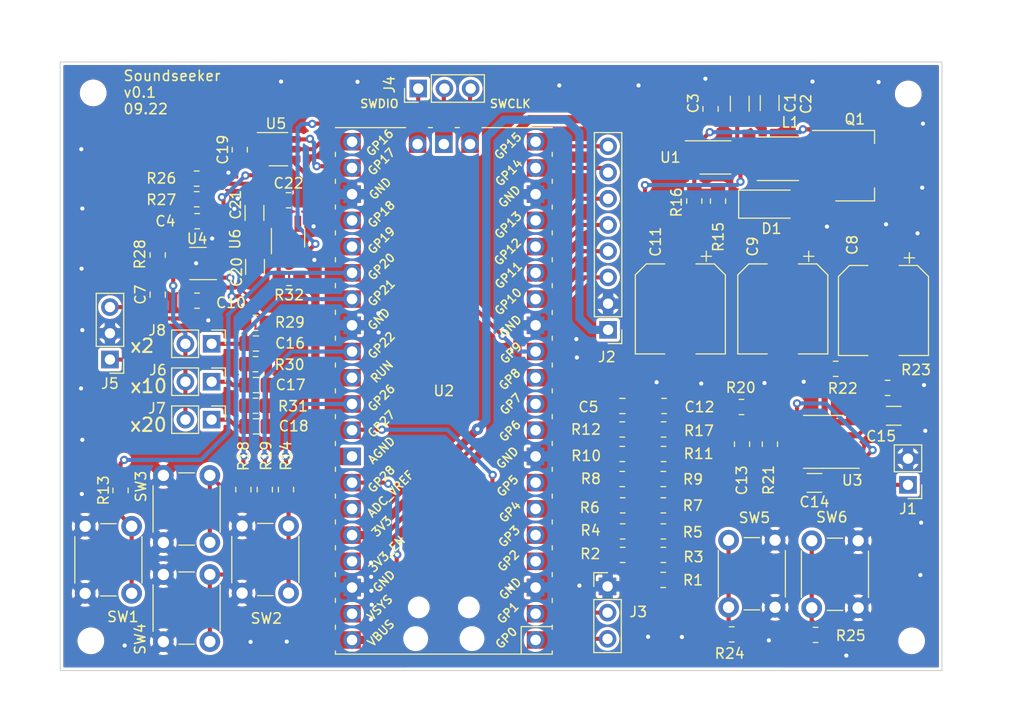
<source format=kicad_pcb>
(kicad_pcb (version 20211014) (generator pcbnew)
  (title_block (title "Soundseeker") (date "2022-10-01") (rev "0.1"))
  (layers (0 "F.Cu" signal) (31 "B.Cu" signal) (34 "B.Paste" user) (35 "F.Paste" user) (36 "B.SilkS" user "B.Silkscreen") (37 "F.SilkS" user "F.Silkscreen") (38 "B.Mask" user) (39 "F.Mask" user) (44 "Edge.Cuts" user))
  (net 0 "")
  (net 1 "+5V")
  (net 2 "GND")
  (net 3 "Net-(C4-Pad1)")
  (net 4 "Net-(C5-Pad1)")
  (net 5 "V_piezo_drive")
  (net 6 "Net-(C7-Pad1)")
  (net 7 "Net-(C7-Pad2)")
  (net 8 "vcc_analog")
  (net 9 "Net-(C12-Pad2)")
  (net 10 "Net-(C13-Pad1)")
  (net 11 "Net-(R20-Pad2)")
  (net 12 "Net-(R22-Pad2)")
  (net 13 "Net-(C16-Pad1)")
  (net 14 "Net-(C16-Pad2)")
  (net 15 "Net-(C17-Pad1)")
  (net 16 "Net-(C18-Pad1)")
  (net 17 "Net-(C20-Pad1)")
  (net 18 "Net-(D1-Pad2)")
  (net 19 "+3.3V")
  (net 20 "TFT_SCK")
  (net 21 "TFT_SDI")
  (net 22 "TFT_SDO")
  (net 23 "TFT_CS")
  (net 24 "TFT_RST")
  (net 25 "TFT_D_C")
  (net 26 "Net-(J3-Pad2)")
  (net 27 "Net-(J3-Pad3)")
  (net 28 "Net-(J4-Pad1)")
  (net 29 "Net-(J4-Pad2)")
  (net 30 "Net-(J4-Pad3)")
  (net 31 "Net-(J6-Pad2)")
  (net 32 "Net-(Q1-Pad1)")
  (net 33 "Net-(R1-Pad1)")
  (net 34 "dac_in_1_lsb")
  (net 35 "Net-(R3-Pad2)")
  (net 36 "dac_in_2")
  (net 37 "Net-(R5-Pad2)")
  (net 38 "dac_in_3")
  (net 39 "Net-(R7-Pad2)")
  (net 40 "dac_in_4")
  (net 41 "Net-(R10-Pad1)")
  (net 42 "dac_in_5")
  (net 43 "Net-(R11-Pad2)")
  (net 44 "dac_in_6_msb")
  (net 45 "Net-(R13-Pad1)")
  (net 46 "SW_LEFT")
  (net 47 "Net-(R14-Pad1)")
  (net 48 "SW_RIGHT")
  (net 49 "Net-(R15-Pad2)")
  (net 50 "Net-(R18-Pad1)")
  (net 51 "SW_UP")
  (net 52 "Net-(R19-Pad1)")
  (net 53 "SW_DOWN")
  (net 54 "Net-(R24-Pad1)")
  (net 55 "SW_BACK")
  (net 56 "Net-(R25-Pad1)")
  (net 57 "SW_OK")
  (net 58 "enable_piezo_driver")
  (net 61 "enable_analog_power_supply")
  (net 62 "ADC_DOUT")
  (net 63 "ADC_CS")
  (net 64 "ADC_SLCK")
  (net 71 "vref_power_opa")
  (footprint "Package_TO_SOT_SMD:SOT-23-6_Handsoldering" (layer "F.Cu") (at 132.575 75.65)
    (fp_text reference "U5")
    (fp_text value "MAX11115")
  )
  (footprint "Capacitor_SMD:C_0805_2012Metric_Pad1.18x1.45mm_HandSolder" (layer "F.Cu") (at 120.875 89.7375 90)
    (fp_text reference "C7")
    (fp_text value "10n")
  )
  (footprint "Package_TO_SOT_SMD:SOT-23-5" (layer "F.Cu") (at 124.775 86.725 180)
    (fp_text reference "U4")
    (fp_text value "MCP6476T-E/OT")
  )
  (footprint "Resistor_SMD:R_0805_2012Metric_Pad1.20x1.40mm_HandSolder" (layer "F.Cu") (at 174.425 71.75 90)
    (fp_text reference "C3")
    (fp_text value "1u")
  )
  (footprint "Resistor_SMD:R_0805_2012Metric_Pad1.20x1.40mm_HandSolder" (layer "F.Cu") (at 129.175 108.625 90)
    (fp_text reference "R18")
    (fp_text value "220")
  )
  (footprint "Resistor_SMD:R_0805_2012Metric_Pad1.20x1.40mm_HandSolder" (layer "F.Cu") (at 169.85 112.675)
    (fp_text reference "R5")
    (fp_text value "1k")
  )
  (footprint "Resistor_SMD:R_0805_2012Metric_Pad1.20x1.40mm_HandSolder" (layer "F.Cu") (at 165.875 102.8 180)
    (fp_text reference "R12")
    (fp_text value "2k")
  )
  (footprint "Connector_PinHeader_2.54mm:PinHeader_1x02_P2.54mm_Vertical" (layer "F.Cu") (at 193.55 108.165 180)
    (fp_text reference "J1")
    (fp_text value "Piezo Driver Out")
  )
  (footprint "MountingHole:MountingHole_2mm" (layer "F.Cu") (at 193.575 70.3)
    (fp_text reference "REF**" hide)
    (fp_text value "MountingHole_2mm")
  )
  (footprint "Resistor_SMD:R_0805_2012Metric_Pad1.20x1.40mm_HandSolder" (layer "F.Cu") (at 177.475 104.225 90)
    (fp_text reference "C13")
    (fp_text value "68p")
  )
  (footprint "Capacitor_SMD:C_0805_2012Metric_Pad1.18x1.45mm_HandSolder" (layer "F.Cu") (at 130.3875 98.5)
    (fp_text reference "C17")
    (fp_text value "470p")
  )
  (footprint "Connector_PinHeader_2.54mm:PinHeader_1x03_P2.54mm_Vertical" (layer "F.Cu") (at 146.11 69.775 90)
    (fp_text reference "J4")
    (fp_text value "SWD")
  )
  (footprint "Resistor_SMD:R_0805_2012Metric_Pad1.20x1.40mm_HandSolder" (layer "F.Cu") (at 124.6875 90.325)
    (fp_text reference "C10")
    (fp_text value "1u")
  )
  (footprint "Resistor_SMD:R_0805_2012Metric_Pad1.20x1.40mm_HandSolder" (layer "F.Cu") (at 130.35 100.5)
    (fp_text reference "R31")
    (fp_text value "20k")
  )
  (footprint "Capacitor_SMD:C_1206_3216Metric_Pad1.33x1.80mm_HandSolder" (layer "F.Cu") (at 192.1625 101.475 180)
    (fp_text reference "C15")
    (fp_text value "1u")
  )
  (footprint "Package_SO:SOIC-8_3.9x4.9mm_P1.27mm" (layer "F.Cu") (at 185.375 104 180)
    (fp_text reference "U3")
    (fp_text value "MC34072")
  )
  (footprint "Resistor_SMD:R_1206_3216Metric_Pad1.30x1.75mm_HandSolder" (layer "F.Cu") (at 130.25 81.825 90)
    (fp_text reference "C21")
    (fp_text value "10u")
  )
  (footprint "Resistor_SMD:R_1206_3216Metric_Pad1.30x1.75mm_HandSolder" (layer "F.Cu") (at 180.15 71.175 90)
    (fp_text reference "C2")
    (fp_text value "10u")
  )
  (footprint "Connector_PinHeader_2.54mm:PinHeader_1x02_P2.54mm_Vertical" (layer "F.Cu") (at 126.1 94.5 -90)
    (fp_text reference "J8")
    (fp_text value "x2")
  )
  (footprint "Package_TO_SOT_SMD:SOT-23-5_HandSoldering" (layer "F.Cu") (at 133.5 84.225 90)
    (fp_text reference "U6")
    (fp_text value "NCP163")
  )
  (footprint "Button_Switch_THT:SW_PUSH_6mm" (layer "F.Cu") (at 113.85 118.675 90)
    (fp_text reference "SW1")
    (fp_text value "SW_LEFT")
  )
  (footprint "Resistor_SMD:R_0805_2012Metric_Pad1.20x1.40mm_HandSolder" (layer "F.Cu") (at 169.875 102.8)
    (fp_text reference "R17")
    (fp_text value "100")
  )
  (footprint "Button_Switch_THT:SW_PUSH_6mm" (layer "F.Cu") (at 188.725 113.575 -90)
    (fp_text reference "SW6")
    (fp_text value "SW_OK")
  )
  (footprint "Resistor_SMD:R_0805_2012Metric_Pad1.20x1.40mm_HandSolder" (layer "F.Cu") (at 176.475 122.65 180)
    (fp_text reference "R24")
    (fp_text value "220")
  )
  (footprint "Button_Switch_THT:SW_PUSH_6mm" (layer "F.Cu") (at 180.675 113.525 -90)
    (fp_text reference "SW5")
    (fp_text value "SW_BACK")
  )
  (footprint "Capacitor_SMD:C_1206_3216Metric_Pad1.33x1.80mm_HandSolder" (layer "F.Cu") (at 184.4875 107.975 180)
    (fp_text reference "C14")
    (fp_text value "1u")
  )
  (footprint "MCU_RaspberryPi_and_Boards:RPi_Pico_SMD_TH" (layer "F.Cu") (at 148.59 99.06 180)
    (fp_text reference "U2")
    (fp_text value "Pico")
  )
  (footprint "Resistor_SMD:R_0805_2012Metric_Pad1.20x1.40mm_HandSolder" (layer "F.Cu") (at 169.85 107.6)
    (fp_text reference "R9")
    (fp_text value "1k")
  )
  (footprint "MountingHole:MountingHole_2mm" (layer "F.Cu") (at 114.625 70.2)
    (fp_text reference "REF**" hide)
    (fp_text value "MountingHole_2mm")
  )
  (footprint "Resistor_SMD:R_0805_2012Metric_Pad1.20x1.40mm_HandSolder" (layer "F.Cu") (at 177.425 100.625)
    (fp_text reference "R20")
    (fp_text value "1.69k")
  )
  (footprint "Capacitor_SMD:C_0805_2012Metric_Pad1.18x1.45mm_HandSolder" (layer "F.Cu") (at 130.3875 94.475)
    (fp_text reference "C16")
    (fp_text value "470p")
  )
  (footprint "Resistor_SMD:R_0805_2012Metric_Pad1.20x1.40mm_HandSolder" (layer "F.Cu") (at 169.85 110.15)
    (fp_text reference "R7")
    (fp_text value "1k")
  )
  (footprint "Package_TO_SOT_SMD:SOT-223-3_TabPin2" (layer "F.Cu") (at 188.4 77.25)
    (fp_text reference "Q1")
    (fp_text value "FDT86113LZ")
  )
  (footprint "Button_Switch_THT:SW_PUSH_6mm" (layer "F.Cu") (at 121.425 123.35 90)
    (fp_text reference "SW4")
    (fp_text value "SW_DOWN")
  )
  (footprint "Resistor_SMD:R_0805_2012Metric_Pad1.20x1.40mm_HandSolder" (layer "F.Cu") (at 128.825 75.7 90)
    (fp_text reference "C19")
    (fp_text value "1u")
  )
  (footprint "Resistor_SMD:R_0805_2012Metric_Pad1.20x1.40mm_HandSolder" (layer "F.Cu") (at 120.875 85.9 90)
    (fp_text reference "R28")
    (fp_text value "1k")
  )
  (footprint "Resistor_SMD:R_0805_2012Metric_Pad1.20x1.40mm_HandSolder" (layer "F.Cu") (at 117.275 108.7 90)
    (fp_text reference "R13")
    (fp_text value "220")
  )
  (footprint "Resistor_SMD:R_0805_2012Metric_Pad1.20x1.40mm_HandSolder" (layer "F.Cu") (at 124.7 82.625)
    (fp_text reference "C4")
    (fp_text value "1u")
  )
  (footprint "Resistor_SMD:R_0805_2012Metric_Pad1.20x1.40mm_HandSolder" (layer "F.Cu") (at 131.25 108.625 90)
    (fp_text reference "R19")
    (fp_text value "220")
  )
  (footprint "Capacitor_SMD:C_0805_2012Metric_Pad1.18x1.45mm_HandSolder" (layer "F.Cu") (at 130.3875 102.5)
    (fp_text reference "C18")
    (fp_text value "47p")
  )
  (footprint "Package_SO:MSOP-8_3x3mm_P0.65mm" (layer "F.Cu") (at 174.9 76.45)
    (fp_text reference "U1")
    (fp_text value "MCP1652")
  )
  (footprint "Resistor_SMD:R_0805_2012Metric_Pad1.20x1.40mm_HandSolder" (layer "F.Cu") (at 169.85 114.95)
    (fp_text reference "R3")
    (fp_text value "1k")
  )
  (footprint "Capacitor_SMD:CP_Elec_8x10.5" (layer "F.Cu") (at 191.175 91.275 -90)
    (fp_text reference "C8")
    (fp_text value "22u")
  )
  (footprint "Capacitor_SMD:CP_Elec_8x10.5" (layer "F.Cu") (at 171.5 91.125 -90)
    (fp_text reference "C11")
    (fp_text value "22u")
  )
  (footprint "Resistor_SMD:R_0805_2012Metric_Pad1.20x1.40mm_HandSolder" (layer "F.Cu") (at 165.875 107.6 180)
    (fp_text reference "R8")
    (fp_text value "2k")
  )
  (footprint "Resistor_SMD:R_0805_2012Metric_Pad1.20x1.40mm_HandSolder" (layer "F.Cu") (at 124.65 80.5)
    (fp_text reference "R27")
    (fp_text value "20k")
  )
  (footprint "Resistor_SMD:R_0805_2012Metric_Pad1.20x1.40mm_HandSolder" (layer "F.Cu") (at 165.9125 112.675 180)
    (fp_text reference "R4")
    (fp_text value "2k")
  )
  (footprint "Resistor_SMD:R_1206_3216Metric_Pad1.30x1.75mm_HandSolder" (layer "F.Cu") (at 177.25 71.25 90)
    (fp_text reference "C1")
    (fp_text value "10u")
  )
  (footprint "Connector_PinHeader_2.54mm:PinHeader_1x03_P2.54mm_Vertical" (layer "F.Cu") (at 116.25 96.025 180)
    (fp_text reference "J5")
    (fp_text value "preamp_in")
  )
  (footprint "Diode_SMD:D_SOD-128" (layer "F.Cu") (at 180.225 80.975)
    (fp_text reference "D1")
    (fp_text value "RB058L150DDTE25")
  )
  (footprint "MountingHole:MountingHole_2mm" (layer "F.Cu") (at 193.9 123.275)
    (fp_text reference "REF**" hide)
    (fp_text value "MountingHole_2mm")
  )
  (footprint "Resistor_SMD:R_1206_3216Metric_Pad1.30x1.75mm_HandSolder" (layer "F.Cu") (at 130.3 87.05 -90)
    (fp_text reference "C20")
    (fp_text value "10u")
  )
  (footprint "Resistor_SMD:R_0805_2012Metric_Pad1.20x1.40mm_HandSolder" (layer "F.Cu") (at 133.55 80.6)
    (fp_text reference "C22")
    (fp_text value "1u")
  )
  (footprint "Resistor_SMD:R_0805_2012Metric_Pad1.20x1.40mm_HandSolder" (layer "F.Cu") (at 169.875 105.175)
    (fp_text reference "R11")
    (fp_text value "1k")
  )
  (footprint "Resistor_SMD:R_0805_2012Metric_Pad1.20x1.40mm_HandSolder" (layer "F.Cu") (at 172.85 80.675 -90)
    (fp_text reference "R16")
    (fp_text value "1.69k")
  )
  (footprint "Resistor_SMD:R_0805_2012Metric_Pad1.20x1.40mm_HandSolder" (layer "F.Cu") (at 133.6 88.125 180)
    (fp_text reference "R32")
    (fp_text value "100")
  )
  (footprint "Resistor_SMD:R_0805_2012Metric_Pad1.20x1.40mm_HandSolder" (layer "F.Cu") (at 124.65 78.5 180)
    (fp_text reference "R26")
    (fp_text value "20k")
  )
  (footprint "Inductor_SMD:L_Vishay_IFSC-1515AH_4x4x1.8mm" (layer "F.Cu") (at 180.95 76.575)
    (fp_text reference "L1")
    (fp_text value "3.3u")
  )
  (footprint "Button_Switch_THT:SW_PUSH_6mm" (layer "F.Cu") (at 129.05 118.65 90)
    (fp_text reference "SW2")
    (fp_text value "SW_RIGHT")
  )
  (footprint "Connector_PinHeader_2.54mm:PinHeader_1x03_P2.54mm_Vertical" (layer "F.Cu") (at 164.45 118)
    (fp_text reference "J3")
    (fp_text value "UART")
  )
  (footprint "Resistor_SMD:R_0805_2012Metric_Pad1.20x1.40mm_HandSolder" (layer "F.Cu") (at 186.55 96.925)
    (fp_text reference "R22")
    (fp_text value "20k")
  )
  (footprint "Resistor_SMD:R_0805_2012Metric_Pad1.20x1.40mm_HandSolder" (layer "F.Cu") (at 169.8375 117.375 180)
    (fp_text reference "R1")
    (fp_text value "2k")
  )
  (footprint "Capacitor_SMD:CP_Elec_8x10.5" (layer "F.Cu") (at 181.425 91.125 -90)
    (fp_text reference "C9")
    (fp_text value "22u")
  )
  (footprint "Resistor_SMD:R_0805_2012Metric_Pad1.20x1.40mm_HandSolder" (layer "F.Cu") (at 180.175 104.225 90)
    (fp_text reference "R21")
    (fp_text value "22k")
  )
  (footprint "Resistor_SMD:R_0805_2012Metric_Pad1.20x1.40mm_HandSolder" (layer "F.Cu") (at 191.575 98.775)
    (fp_text reference "R23")
    (fp_text value "20k")
  )
  (footprint "Resistor_SMD:R_0805_2012Metric_Pad1.20x1.40mm_HandSolder" (layer "F.Cu") (at 165.9125 110.15 180)
    (fp_text reference "R6")
    (fp_text value "2k")
  )
  (footprint "Resistor_SMD:R_0805_2012Metric_Pad1.20x1.40mm_HandSolder" (layer "F.Cu") (at 169.925 100.525)
    (fp_text reference "C12")
    (fp_text value "10n")
  )
  (footprint "Resistor_SMD:R_0805_2012Metric_Pad1.20x1.40mm_HandSolder" (layer "F.Cu") (at 175.15 80.675 90)
    (fp_text reference "R15")
    (fp_text value "56k")
  )
  (footprint "Button_Switch_THT:SW_PUSH_6mm" (layer "F.Cu") (at 121.425 113.75 90)
    (fp_text reference "SW3")
    (fp_text value "SW_UP")
  )
  (footprint "Capacitor_SMD:C_0805_2012Metric_Pad1.18x1.45mm_HandSolder" (layer "F.Cu") (at 165.8875 100.525 180)
    (fp_text reference "C5")
    (fp_text value "1n")
  )
  (footprint "Resistor_SMD:R_0805_2012Metric_Pad1.20x1.40mm_HandSolder" (layer "F.Cu") (at 130.35 92.475)
    (fp_text reference "R29")
    (fp_text value "2.2k")
  )
  (footprint "Resistor_SMD:R_0805_2012Metric_Pad1.20x1.40mm_HandSolder" (layer "F.Cu") (at 165.9125 114.95 180)
    (fp_text reference "R2")
    (fp_text value "2k")
  )
  (footprint "Resistor_SMD:R_0805_2012Metric_Pad1.20x1.40mm_HandSolder" (layer "F.Cu") (at 184.6 122.7 180)
    (fp_text reference "R25")
    (fp_text value "220")
  )
  (footprint "MountingHole:MountingHole_2mm" (layer "F.Cu") (at 114.4 123.275)
    (fp_text reference "REF**" hide)
    (fp_text value "MountingHole_2mm")
  )
  (footprint "Connector_PinHeader_2.54mm:PinHeader_1x02_P2.54mm_Vertical" (layer "F.Cu") (at 126.1 98.175 -90)
    (fp_text reference "J6")
    (fp_text value "x10")
  )
  (footprint "Resistor_SMD:R_0805_2012Metric_Pad1.20x1.40mm_HandSolder" (layer "F.Cu") (at 165.875 105.175 180)
    (fp_text reference "R10")
    (fp_text value "2k")
  )
  (footprint "Resistor_SMD:R_0805_2012Metric_Pad1.20x1.40mm_HandSolder" (layer "F.Cu") (at 130.35 96.475)
    (fp_text reference "R30")
    (fp_text value "10k")
  )
  (footprint "Connector_PinHeader_2.54mm:PinHeader_1x02_P2.54mm_Vertical" (layer "F.Cu") (at 126.1 101.85 -90)
    (fp_text reference "J7")
    (fp_text value "x20")
  )
  (footprint "Resistor_SMD:R_0805_2012Metric_Pad1.20x1.40mm_HandSolder" (layer "F.Cu") (at 133.3 108.625 90)
    (fp_text reference "R14")
    (fp_text value "220")
  )
  (footprint "Connector_PinHeader_2.54mm:PinHeader_1x08_P2.54mm_Vertical" (layer "F.Cu") (at 164.5 93.15 180)
    (fp_text reference "J2")
    (fp_text value "TFT_DISPLAY")
  )
  (gr_rect (start 111.4375 126.15) (end 196.8375 67.2) (layer "Edge.Cuts") (width 0.1) (fill none))
  (gr_text "x20" (at 119.975 102.35) (layer "F.SilkS") (effects (font (size 1.3 1.3) (thickness 0.2))))
  (gr_text "x10" (at 120 98.6) (layer "F.SilkS") (effects (font (size 1.3 1.3) (thickness 0.2))))
  (gr_text "x2" (at 119.375 94.7) (layer "F.SilkS") (effects (font (size 1.3 1.3) (thickness 0.2))))
  (gr_text "Soundseeker\nv0.1\n09.22" (at 117.475 70.15) (layer "F.SilkS") (effects (font (size 1 1)) (justify left)))
  (segment (start 179.475 76.575) (end 179.475 73.7) (width 0.8) (layer "F.Cu") (net 1))
  (segment (start 136.15 89.675) (end 134.6 88.125) (width 0.8) (layer "F.Cu") (net 1))
  (segment (start 155.725 73.9) (end 156.875 72.75) (width 0.8) (layer "F.Cu") (net 1))
  (segment (start 172.7875 76.775) (end 174.842893 76.775) (width 0.4) (layer "F.Cu") (net 1))
  (segment (start 174.425 72.75) (end 177.2 72.75) (width 0.8) (layer "F.Cu") (net 1))
  (segment (start 142.875 122.075) (end 142.875 114.35) (width 0.8) (layer "F.Cu") (net 1))
  (segment (start 177.25 72.8) (end 178.575 72.8) (width 0.8) (layer "F.Cu") (net 1))
  (segment (start 155.725 101.5) (end 155.725 73.9) (width 0.8) (layer "F.Cu") (net 1))
  (segment (start 179.475 73.7) (end 178.575 72.8) (width 0.8) (layer "F.Cu") (net 1))
  (segment (start 180.075 72.8) (end 180.15 72.725) (width 0.8) (layer "F.Cu") (net 1))
  (segment (start 177.2 72.75) (end 177.25 72.8) (width 0.8) (layer "F.Cu") (net 1))
  (segment (start 174.842893 76.775) (end 176.142893 75.475) (width 0.4) (layer "F.Cu") (net 1))
  (segment (start 176.142893 75.475) (end 177.0125 75.475) (width 0.4) (layer "F.Cu") (net 1))
  (segment (start 177.0125 75.475) (end 177.0125 73.0375) (width 0.4) (layer "F.Cu") (net 1))
  (segment (start 156.875 72.75) (end 174.425 72.75) (width 0.8) (layer "F.Cu") (net 1))
  (segment (start 142.875 114.35) (end 155.725 101.5) (width 0.8) (layer "F.Cu") (net 1))
  (segment (start 136.15 121.825) (end 136.15 89.675) (width 0.8) (layer "F.Cu") (net 1))
  (segment (start 178.575 72.8) (end 180.075 72.8) (width 0.8) (layer "F.Cu") (net 1))
  (segment (start 139.7 123.19) (end 141.76 123.19) (width 0.8) (layer "F.Cu") (net 1))
  (segment (start 177.0125 73.0375) (end 177.25 72.8) (width 0.4) (layer "F.Cu") (net 1))
  (segment (start 139.7 123.19) (end 137.515 123.19) (width 0.8) (layer "F.Cu") (net 1))
  (segment (start 141.76 123.19) (end 142.875 122.075) (width 0.8) (layer "F.Cu") (net 1))
  (segment (start 137.515 123.19) (end 136.15 121.825) (width 0.8) (layer "F.Cu") (net 1))
  (segment (start 125.65 80.5) (end 125.65 82.575) (width 0.4) (layer "F.Cu") (net 2))
  (segment (start 125.65 82.575) (end 125.7 82.625) (width 0.4) (layer "F.Cu") (net 2))
  (via (at 141.525 115.7) (size 0.8) (drill 0.4) (layers "F.Cu" "B.Cu") (net 2))
  (via (at 141.525 121.2) (size 0.8) (drill 0.4) (layers "F.Cu" "B.Cu") (net 2))
  (via (at 128.625 80.425) (size 0.8) (drill 0.4) (layers "F.Cu" "B.Cu") (net 2))
  (via (at 168.375 122.875) (size 0.8) (drill 0.4) (layers "F.Cu" "B.Cu") (net 2))
  (via (at 113.575 81.4) (size 0.8) (drill 0.4) (layers "F.Cu" "B.Cu") (net 2))
  (via (at 171.65 122.9) (size 0.8) (drill 0.4) (layers "F.Cu" "B.Cu") (net 2))
  (via (at 126.15 84.3) (size 0.8) (drill 0.4) (layers "F.Cu" "B.Cu") (net 2))
  (via (at 132.825 69.1) (size 0.8) (drill 0.4) (layers "F.Cu" "B.Cu") (net 2))
  (via (at 113.575 93.175) (size 0.8) (drill 0.4) (layers "F.Cu" "B.Cu") (net 2))
  (via (at 125.775 92.225) (size 0.8) (drill 0.4) (layers "F.Cu" "B.Cu") (net 2))
  (via (at 136.05 86.375) (size 0.8) (drill 0.4) (layers "F.Cu" "B.Cu") (net 2))
  (via (at 194.75 116.9) (size 0.8) (drill 0.4) (layers "F.Cu" "B.Cu") (net 2))
  (via (at 179.65 98.3) (size 0.8) (drill 0.4) (layers "F.Cu" "B.Cu") (net 2))
  (via (at 141.55 117.075) (size 0.8) (drill 0.4) (layers "F.Cu" "B.Cu") (net 2))
  (via (at 135.975 83.125) (size 0.8) (drill 0.4) (layers "F.Cu" "B.Cu") (net 2))
  (via (at 195 73.175) (size 0.8) (drill 0.4) (layers "F.Cu" "B.Cu") (net 2))
  (via (at 124.6 86.7) (size 0.8) (drill 0.4) (layers "F.Cu" "B.Cu") (net 2))
  (via (at 194.925 79.375) (size 0.8) (drill 0.4) (layers "F.Cu" "B.Cu") (net 2))
  (via (at 141.575 118.425) (size 0.8) (drill 0.4) (layers "F.Cu" "B.Cu") (net 2))
  (via (at 173.525 98.35) (size 0.8) (drill 0.4) (layers "F.Cu" "B.Cu") (net 2))
  (via (at 184.3 69.1) (size 0.8) (drill 0.4) (layers "F.Cu" "B.Cu") (net 2))
  (via (at 194.475 83.8) (size 0.8) (drill 0.4) (layers "F.Cu" "B.Cu") (net 2))
  (via (at 180.075 123.225) (size 0.8) (drill 0.4) (layers "F.Cu" "B.Cu") (net 2))
  (via (at 133.375 123.35) (size 0.8) (drill 0.4) (layers "F.Cu" "B.Cu") (net 2))
  (via (at 161.425 94.05) (size 0.8) (drill 0.4) (layers "F.Cu" "B.Cu") (net 2))
  (via (at 117.675 123.725) (size 0.8) (drill 0.4) (layers "F.Cu" "B.Cu") (net 2))
  (via (at 195.225 102.925) (size 0.8) (drill 0.4) (layers "F.Cu" "B.Cu") (net 2))
  (via (at 195.1 98.5) (size 0.8) (drill 0.4) (layers "F.Cu" "B.Cu") (net 2))
  (via (at 169.2 98.225) (size 0.8) (drill 0.4) (layers "F.Cu" "B.Cu") (net 2))
  (via (at 113.475 75.65) (size 0.8) (drill 0.4) (layers "F.Cu" "B.Cu") (net 2))
  (via (at 128.3 81.425) (size 0.8) (drill 0.4) (layers "F.Cu" "B.Cu") (net 2))
  (via (at 113.575 103.8) (size 0.8) (drill 0.4) (layers "F.Cu" "B.Cu") (net 2))
  (via (at 185.7 83.15) (size 0.8) (drill 0.4) (layers "F.Cu" "B.Cu") (net 2))
  (via (at 173.925 68.825) (size 0.8) (drill 0.4) (layers "F.Cu" "B.Cu") (net 2))
  (via (at 113.5 87.225) (size 0.8) (drill 0.4) (layers "F.Cu" "B.Cu") (net 2))
  (via (at 191.425 82.925) (size 0.8) (drill 0.4) (layers "F.Cu" "B.Cu") (net 2))
  (via (at 167.45 69.475) (size 0.8) (drill 0.4) (layers "F.Cu" "B.Cu") (net 2))
  (via (at 140.225 69.125) (size 0.8) (drill 0.4) (layers "F.Cu" "B.Cu") (net 2))
  (via (at 113.525 109.05) (size 0.8) (drill 0.4) (layers "F.Cu" "B.Cu") (net 2))
  (via (at 142.275 93.4) (size 0.8) (drill 0.4) (layers "F.Cu" "B.Cu") (net 2))
  (via (at 127.725 77.925) (size 0.8) (drill 0.4) (layers "F.Cu" "B.Cu") (net 2))
  (via (at 183.45 98.175) (size 0.8) (drill 0.4) (layers "F.Cu" "B.Cu") (net 2))
  (via (at 190.7 69.15) (size 0.8) (drill 0.4) (layers "F.Cu" "B.Cu") (net 2))
  (via (at 141.6 119.775) (size 0.8) (drill 0.4) (layers "F.Cu" "B.Cu") (net 2))
  (via (at 187.575 124.7) (size 0.8) (drill 0.4) (layers "F.Cu" "B.Cu") (net 2))
  (via (at 113.45 98.825) (size 0.8) (drill 0.4) (layers "F.Cu" "B.Cu") (net 2))
  (via (at 161.725 117.925) (size 0.8) (drill 0.4) (layers "F.Cu" "B.Cu") (net 2))
  (via (at 194.825 111.825) (size 0.8) (drill 0.4) (layers "F.Cu" "B.Cu") (net 2))
  (via (at 161.475 95.825) (size 0.8) (drill 0.4) (layers "F.Cu" "B.Cu") (net 2))
  (via (at 159.775 69.475) (size 0.8) (drill 0.4) (layers "F.Cu" "B.Cu") (net 2))
  (via (at 129.875 123.375) (size 0.8) (drill 0.4) (layers "F.Cu" "B.Cu") (net 2))
  (via (at 142.25 91.55) (size 0.8) (drill 0.4) (layers "F.Cu" "B.Cu") (net 2))
  (via (at 155.025 118.15) (size 0.8) (drill 0.4) (layers "F.Cu" "B.Cu") (net 2))
  (segment (start 123.7 82.625) (end 125.125 84.05) (width 0.4) (layer "F.Cu") (net 3))
  (segment (start 123.65 80.5) (end 123.65 82.575) (width 0.4) (layer "F.Cu") (net 3))
  (segment (start 125.125 84.05) (end 125.125 84.9875) (width 0.4) (layer "F.Cu") (net 3))
  (segment (start 123.65 78.5) (end 123.65 80.5) (width 0.4) (layer "F.Cu") (net 3))
  (segment (start 123.65 82.575) (end 123.7 82.625) (width 0.4) (layer "F.Cu") (net 3))
  (segment (start 125.125 84.9875) (end 125.9125 85.775) (width 0.4) (layer "F.Cu") (net 3))
  (segment (start 168.925 100.525) (end 168.925 100.85) (width 0.4) (layer "F.Cu") (net 4))
  (segment (start 168.925 100.85) (end 170.875 102.8) (width 0.4) (layer "F.Cu") (net 4))
  (segment (start 168.925 100.525) (end 166.925 100.525) (width 0.4) (layer "F.Cu") (net 4))
  (segment (start 175.15 81.675) (end 177.325 81.675) (width 0.4) (layer "F.Cu") (net 5))
  (segment (start 177.9 81.7) (end 177.9 83.9) (width 0.8) (layer "F.Cu") (net 5))
  (segment (start 185.475 98.775) (end 185.475 91.475) (width 0.6) (layer "F.Cu") (net 5))
  (segment (start 178.025 81.575) (end 177.9 81.7) (width 0.4) (layer "F.Cu") (net 5))
  (segment (start 184.27 105.905) (end 185.475 104.7) (width 0.6) (layer "F.Cu") (net 5))
  (segment (start 178.025 80.975) (end 178.025 81.575) (width 0.4) (layer "F.Cu") (net 5))
  (segment (start 171.5 87.425) (end 181.425 87.425) (width 0.8) (layer "F.Cu") (net 5))
  (segment (start 185.475 104.7) (end 185.475 98.775) (width 0.6) (layer "F.Cu") (net 5))
  (segment (start 182.05 87.575) (end 191.175 87.575) (width 0.8) (layer "F.Cu") (net 5))
  (segment (start 182.925 105.93) (end 182.9 105.905) (width 0.4) (layer "F.Cu") (net 5))
  (segment (start 177.325 81.675) (end 178.025 80.975) (width 0.4) (layer "F.Cu") (net 5))
  (segment (start 181.9 87.425) (end 182.05 87.575) (width 0.4) (layer "F.Cu") (net 5))
  (segment (start 182.925 107.975) (end 182.925 105.93) (width 0.6) (layer "F.Cu") (net 5))
  (segment (start 177.9 83.9) (end 181.425 87.425) (width 0.8) (layer "F.Cu") (net 5))
  (segment (start 185.475 91.475) (end 181.425 87.425) (width 0.6) (layer "F.Cu") (net 5))
  (segment (start 182.9 105.905) (end 184.27 105.905) (width 0.6) (layer "F.Cu") (net 5))
  (segment (start 181.425 87.425) (end 181.9 87.425) (width 0.4) (layer "F.Cu") (net 5))
  (segment (start 120.875 90.775) (end 120.705 90.945) (width 0.4) (layer "F.Cu") (net 6))
  (segment (start 120.705 90.945) (end 116.25 90.945) (width 0.4) (layer "F.Cu") (net 6))
  (segment (start 120.875 88.7) (end 120.875 86.9) (width 0.4) (layer "F.Cu") (net 7))
  (segment (start 123.6875 89.2625) (end 123.6875 88.3375) (width 0.4) (layer "F.Cu") (net 8))
  (segment (start 132.55 82.875) (end 131.425 81.75) (width 0.4) (layer "F.Cu") (net 8))
  (segment (start 131.425 81.75) (end 129.5 81.75) (width 0.4) (layer "F.Cu") (net 8))
  (segment (start 128.875 82.375) (end 128.875 88.55) (width 0.4) (layer "F.Cu") (net 8))
  (segment (start 119.325 96.025) (end 121.15 94.2) (width 0.4) (layer "F.Cu") (net 8))
  (segment (start 131.7 79) (end 126.15 79) (width 0.4) (layer "F.Cu") (net 8))
  (segment (start 132.55 79.85) (end 131.7 79) (width 0.4) (layer "F.Cu") (net 8))
  (segment (start 123.9 89.05) (end 123.6875 89.2625) (width 0.4) (layer "F.Cu") (net 8))
  (segment (start 126.15 79) (end 125.65 78.5) (width 0.4) (layer "F.Cu") (net 8))
  (segment (start 123.6875 88.3375) (end 123.6375 88.2875) (width 0.4) (layer "F.Cu") (net 8))
  (segment (start 128.375 89.05) (end 123.9 89.05) (width 0.4) (layer "F.Cu") (net 8))
  (segment (start 123.6875 90.325) (end 123.6875 89.2625) (width 0.4) (layer "F.Cu") (net 8))
  (segment (start 129.5 81.75) (end 128.875 82.375) (width 0.4) (layer "F.Cu") (net 8))
  (segment (start 126.95 77.2) (end 126.95 75.6) (width 0.4) (layer "F.Cu") (net 8))
  (segment (start 116.25 96.025) (end 119.325 96.025) (width 0.4) (layer "F.Cu") (net 8))
  (segment (start 125.65 78.5) (end 126.95 77.2) (width 0.4) (layer "F.Cu") (net 8))
  (segment (start 128.875 88.55) (end 128.375 89.05) (width 0.4) (layer "F.Cu") (net 8))
  (segment (start 127.85 74.7) (end 128.825 74.7) (width 0.4) (layer "F.Cu") (net 8))
  (segment (start 121.15 94.2) (end 121.15 92.6) (width 0.4) (layer "F.Cu") (net 8))
  (segment (start 132.55 82.875) (end 132.55 80.6) (width 0.4) (layer "F.Cu") (net 8))
  (segment (start 123.6875 91.4125) (end 123.6875 90.325) (width 0.4) (layer "F.Cu") (net 8))
  (segment (start 123.05 92.05) (end 123.6875 91.4125) (width 0.4) (layer "F.Cu") (net 8))
  (segment (start 121.7 92.05) (end 123.05 92.05) (width 0.4) (layer "F.Cu") (net 8))
  (segment (start 126.95 75.6) (end 127.85 74.7) (width 0.4) (layer "F.Cu") (net 8))
  (segment (start 123.6375 88.2875) (end 123.6375 87.675) (width 0.4) (layer "F.Cu") (net 8))
  (segment (start 121.15 92.6) (end 121.7 92.05) (width 0.4) (layer "F.Cu") (net 8))
  (segment (start 128.825 74.7) (end 131.225 74.7) (width 0.4) (layer "F.Cu") (net 8))
  (segment (start 132.55 80.6) (end 132.55 79.85) (width 0.4) (layer "F.Cu") (net 8))
  (segment (start 176.325 100.525) (end 176.425 100.625) (width 0.4) (layer "F.Cu") (net 9))
  (segment (start 170.925 100.525) (end 176.325 100.525) (width 0.4) (layer "F.Cu") (net 9))
  (segment (start 180.175 105.225) (end 177.475 105.225) (width 0.4) (layer "F.Cu") (net 10))
  (segment (start 180.765 104.635) (end 180.175 105.225) (width 0.4) (layer "F.Cu") (net 10))
  (segment (start 182.9 104.635) (end 180.765 104.635) (width 0.4) (layer "F.Cu") (net 10))
  (segment (start 193.55 108.165) (end 189.36 108.165) (width 0.4) (layer "F.Cu") (net 10))
  (segment (start 189.36 108.165) (end 187.375 110.15) (width 0.4) (layer "F.Cu") (net 10))
  (segment (start 180.175 109.5) (end 180.175 105.225) (width 0.4) (layer "F.Cu") (net 10))
  (segment (start 180.825 110.15) (end 180.175 109.5) (width 0.4) (layer "F.Cu") (net 10))
  (segment (start 187.375 110.15) (end 180.825 110.15) (width 0.4) (layer "F.Cu") (net 10))
  (segment (start 180.175 101.525) (end 180.175 103.225) (width 0.4) (layer "F.Cu") (net 11))
  (segment (start 177.475 103.225) (end 180.175 103.225) (width 0.4) (layer "F.Cu") (net 11))
  (segment (start 178.425 100.625) (end 179.275 100.625) (width 0.4) (layer "F.Cu") (net 11))
  (segment (start 179.275 100.625) (end 180.175 101.525) (width 0.4) (layer "F.Cu") (net 11))
  (segment (start 182.9 103.365) (end 180.315 103.365) (width 0.4) (layer "F.Cu") (net 11))
  (segment (start 190.575 98.775) (end 190.575 101.45) (width 0.4) (layer "F.Cu") (net 12))
  (segment (start 190.575 101.45) (end 190.6 101.475) (width 0.4) (layer "F.Cu") (net 12))
  (segment (start 190.6 101.475) (end 188.71 103.365) (width 0.4) (layer "F.Cu") (net 12))
  (segment (start 188.725 96.925) (end 190.575 98.775) (width 0.4) (layer "F.Cu") (net 12))
  (segment (start 188.71 103.365) (end 187.85 103.365) (width 0.4) (layer "F.Cu") (net 12))
  (segment (start 187.55 96.925) (end 188.725 96.925) (width 0.4) (layer "F.Cu") (net 12))
  (segment (start 129.325 94.5) (end 129.35 94.475) (width 0.4) (layer "F.Cu") (net 13))
  (segment (start 126.1 94.5) (end 129.325 94.5) (width 0.4) (layer "F.Cu") (net 13))
  (segment (start 129.35 94.475) (end 129.35 92.475) (width 0.4) (layer "F.Cu") (net 13))
  (segment (start 131.35 100.5) (end 131.35 98.575) (width 0.4) (layer "F.Cu") (net 14))
  (segment (start 131.35 94.55) (end 131.425 94.475) (width 0.4) (layer "F.Cu") (net 14))
  (segment (start 130.75 78.175) (end 131.225 77.7) (width 0.4) (layer "F.Cu") (net 14))
  (segment (start 131.35 92.475) (end 128.775 89.9) (width 0.4) (layer "F.Cu") (net 14))
  (segment (start 131.425 100.575) (end 131.35 100.5) (width 0.4) (layer "F.Cu") (net 14))
  (segment (start 131.35 98.575) (end 131.425 98.5) (width 0.4) (layer "F.Cu") (net 14))
  (segment (start 129.375 78.2005) (end 129.4005 78.175) (width 0.4) (layer "F.Cu") (net 14))
  (segment (start 131.425 98.5) (end 131.425 96.55) (width 0.4) (layer "F.Cu") (net 14))
  (segment (start 131.425 96.55) (end 131.35 96.475) (width 0.4) (layer "F.Cu") (net 14))
  (segment (start 131.225 77.7) (end 131.225 76.6) (width 0.4) (layer "F.Cu") (net 14))
  (segment (start 131.425 94.475) (end 131.425 92.55) (width 0.4) (layer "F.Cu") (net 14))
  (segment (start 127.1 80.3) (end 127.25 80.45) (width 0.4) (layer "F.Cu") (net 14))
  (segment (start 128.775 89.9) (end 128.05 89.9) (width 0.4) (layer "F.Cu") (net 14))
  (segment (start 131.425 102.5) (end 131.425 100.575) (width 0.4) (layer "F.Cu") (net 14))
  (segment (start 127.25 87.125) (end 126.7 87.675) (width 0.4) (layer "F.Cu") (net 14))
  (segment (start 127.25 80.45) (end 127.25 87.125) (width 0.4) (layer "F.Cu") (net 14))
  (segment (start 127.9 88.1) (end 127.125 88.1) (width 0.4) (layer "F.Cu") (net 14))
  (segment (start 127.125 88.1) (end 126.7 87.675) (width 0.4) (layer "F.Cu") (net 14))
  (segment (start 129.4005 78.175) (end 130.75 78.175) (width 0.4) (layer "F.Cu") (net 14))
  (segment (start 131.35 96.475) (end 131.35 94.55) (width 0.4) (layer "F.Cu") (net 14))
  (segment (start 125.9125 87.675) (end 126.7 87.675) (width 0.4) (layer "F.Cu") (net 14))
  (via (at 127.9 88.1) (size 0.8) (drill 0.4) (layers "F.Cu" "B.Cu") (net 14))
  (via (at 127.1 80.3) (size 0.8) (drill 0.4) (layers "F.Cu" "B.Cu") (net 14))
  (via (at 129.375 78.2005) (size 0.8) (drill 0.4) (layers "F.Cu" "B.Cu") (net 14))
  (via (at 128.05 89.9) (size 0.8) (drill 0.4) (layers "F.Cu" "B.Cu") (net 14))
  (segment (start 127.2755 80.3) (end 129.375 78.2005) (width 0.4) (layer "B.Cu") (net 14))
  (segment (start 128.05 88.25) (end 127.9 88.1) (width 0.4) (layer "B.Cu") (net 14))
  (segment (start 127.1 80.3) (end 127.2755 80.3) (width 0.4) (layer "B.Cu") (net 14))
  (segment (start 128.05 89.9) (end 128.05 88.25) (width 0.4) (layer "B.Cu") (net 14))
  (segment (start 127.825 98.175) (end 128.15 98.5) (width 0.4) (layer "F.Cu") (net 15))
  (segment (start 129.35 96.475) (end 129.35 98.5) (width 0.4) (layer "F.Cu") (net 15))
  (segment (start 126.1 98.175) (end 127.825 98.175) (width 0.4) (layer "F.Cu") (net 15))
  (segment (start 128.15 98.5) (end 129.35 98.5) (width 0.4) (layer "F.Cu") (net 15))
  (segment (start 128.45 102.5) (end 129.35 102.5) (width 0.4) (layer "F.Cu") (net 16))
  (segment (start 126.1 101.85) (end 127.8 101.85) (width 0.4) (layer "F.Cu") (net 16))
  (segment (start 127.8 101.85) (end 128.45 102.5) (width 0.4) (layer "F.Cu") (net 16))
  (segment (start 129.35 102.5) (end 129.35 100.5) (width 0.4) (layer "F.Cu") (net 16))
  (segment (start 130.25 83.375) (end 130.25 85.45) (width 0.4) (layer "F.Cu") (net 17))
  (segment (start 132.6 88.125) (end 132.6 85.625) (width 0.4) (layer "F.Cu") (net 17))
  (segment (start 132.475 85.5) (end 132.55 85.575) (width 0.4) (layer "F.Cu") (net 17))
  (segment (start 130.3 85.5) (end 132.475 85.5) (width 0.4) (layer "F.Cu") (net 17))
  (segment (start 130.25 85.45) (end 130.3 85.5) (width 0.4) (layer "F.Cu") (net 17))
  (segment (start 132.6 85.625) (end 132.55 85.575) (width 0.4) (layer "F.Cu") (net 17))
  (segment (start 184.875 77.25) (end 184.825 77.3) (width 0.8) (layer "F.Cu") (net 18))
  (segment (start 184.1 76.575) (end 182.425 76.575) (width 0.8) (layer "F.Cu") (net 18))
  (segment (start 185.25 77.25) (end 184.875 77.25) (width 0.8) (layer "F.Cu") (net 18))
  (segment (start 185.25 77.25) (end 191.55 77.25) (width 0.8) (layer "F.Cu") (net 18))
  (segment (start 182.425 80.975) (end 182.425 76.575) (width 0.8) (layer "F.Cu") (net 18))
  (segment (start 184.825 77.3) (end 184.1 76.575) (width 0.8) (layer "F.Cu") (net 18))
  (segment (start 141.595 113.03) (end 151.85 102.775) (width 0.8) (layer "F.Cu") (net 19))
  (segment (start 139.7 113.03) (end 141.595 113.03) (width 0.8) (layer "F.Cu") (net 19))
  (via (at 151.85 102.775) (size 1.1) (drill 0.4) (layers "F.Cu" "B.Cu") (net 19))
  (segment (start 161.725 92) (end 162.875 93.15) (width 0.8) (layer "B.Cu") (net 19))
  (segment (start 152.7 101.925) (end 152.7 74.5) (width 0.8) (layer "B.Cu") (net 19))
  (segment (start 154.4 72.8) (end 160.45 72.8) (width 0.8) (layer "B.Cu") (net 19))
  (segment (start 152.7 74.5) (end 154.4 72.8) (width 0.8) (layer "B.Cu") (net 19))
  (segment (start 160.45 72.8) (end 161.725 74.075) (width 0.8) (layer "B.Cu") (net 19))
  (segment (start 162.875 93.15) (end 164.5 93.15) (width 0.8) (layer "B.Cu") (net 19))
  (segment (start 161.725 74.075) (end 161.725 92) (width 0.8) (layer "B.Cu") (net 19))
  (segment (start 151.85 102.775) (end 152.7 101.925) (width 0.8) (layer "B.Cu") (net 19))
  (segment (start 160.155 90.17) (end 162.255 88.07) (width 0.4) (layer "F.Cu") (net 20))
  (segment (start 157.48 90.17) (end 160.155 90.17) (width 0.4) (layer "F.Cu") (net 20))
  (segment (start 162.255 88.07) (end 164.5 88.07) (width 0.4) (layer "F.Cu") (net 20))
  (segment (start 162.105 85.53) (end 164.5 85.53) (width 0.4) (layer "F.Cu") (net 21))
  (segment (start 157.48 87.63) (end 159.945 87.63) (width 0.4) (layer "F.Cu") (net 21))
  (segment (start 159.945 87.63) (end 162.075 85.5) (width 0.4) (layer "F.Cu") (net 21))
  (segment (start 162.075 85.5) (end 162.105 85.53) (width 0.4) (layer "F.Cu") (net 21))
  (segment (start 162.06 82.99) (end 164.5 82.99) (width 0.4) (layer "F.Cu") (net 22))
  (segment (start 159.96 85.09) (end 162.06 82.99) (width 0.4) (layer "F.Cu") (net 22))
  (segment (start 157.48 85.09) (end 159.96 85.09) (width 0.4) (layer "F.Cu") (net 22))
  (segment (start 161.975 80.45) (end 164.5 80.45) (width 0.4) (layer "F.Cu") (net 23))
  (segment (start 159.875 82.55) (end 161.975 80.45) (width 0.4) (layer "F.Cu") (net 23))
  (segment (start 157.48 82.55) (end 159.875 82.55) (width 0.4) (layer "F.Cu") (net 23))
  (segment (start 157.48 77.47) (end 164.06 77.47) (width 0.4) (layer "F.Cu") (net 24))
  (segment (start 164.06 77.47) (end 164.5 77.91) (width 0.4) (layer "F.Cu") (net 24))
  (segment (start 157.92 75.37) (end 164.5 75.37) (width 0.4) (layer "F.Cu") (net 25))
  (segment (start 157.48 74.93) (end 157.92 75.37) (width 0.4) (layer "F.Cu") (net 25))
  (segment (start 157.48 120.65) (end 157.59 120.54) (width 0.4) (layer "F.Cu") (net 26))
  (segment (start 157.59 120.54) (end 164.45 120.54) (width 0.4) (layer "F.Cu") (net 26))
  (segment (start 157.48 123.19) (end 157.59 123.08) (width 0.4) (layer "F.Cu") (net 27))
  (segment (start 157.59 123.08) (end 164.45 123.08) (width 0.4) (layer "F.Cu") (net 27))
  (segment (start 146.05 75.16) (end 146.11 75.1) (width 0.4) (layer "F.Cu") (net 28))
  (segment (start 146.11 75.1) (end 146.11 69.775) (width 0.4) (layer "F.Cu") (net 28))
  (segment (start 148.59 75.16) (end 148.59 69.835) (width 0.4) (layer "F.Cu") (net 29))
  (segment (start 148.59 69.835) (end 148.65 69.775) (width 0.4) (layer "F.Cu") (net 29))
  (segment (start 151.13 75.16) (end 151.13 69.835) (width 0.4) (layer "F.Cu") (net 30))
  (segment (start 151.13 69.835) (end 151.19 69.775) (width 0.4) (layer "F.Cu") (net 30))
  (segment (start 123.56 98.175) (end 123.56 101.85) (width 0.4) (layer "F.Cu") (net 31))
  (segment (start 123.56 94.5) (end 123.56 98.175) (width 0.4) (layer "F.Cu") (net 31))
  (segment (start 122.7625 84.9) (end 123.6375 85.775) (width 0.4) (layer "F.Cu") (net 31))
  (segment (start 122.375 88.875) (end 122.375 87.0375) (width 0.4) (layer "F.Cu") (net 31))
  (segment (start 120.875 84.9) (end 122.7625 84.9) (width 0.4) (layer "F.Cu") (net 31))
  (segment (start 122.375 87.0375) (end 123.6375 85.775) (width 0.4) (layer "F.Cu") (net 31))
  (via (at 122.375 88.875) (size 0.8) (drill 0.4) (layers "F.Cu" "B.Cu") (net 31))
  (segment (start 122.375 88.875) (end 122.375 92.275) (width 0.4) (layer "B.Cu") (net 31))
  (segment (start 122.375 92.275) (end 123.56 93.46) (width 0.4) (layer "B.Cu") (net 31))
  (segment (start 123.56 93.46) (end 123.56 94.5) (width 0.4) (layer "B.Cu") (net 31))
  (segment (start 183.375 73.725) (end 184.025 73.725) (width 0.4) (layer "F.Cu") (net 32))
  (segment (start 184.025 73.725) (end 185.25 74.95) (width 0.4) (layer "F.Cu") (net 32))
  (segment (start 172.875 75.475) (end 174.35 74) (width 0.4) (layer "F.Cu") (net 32))
  (segment (start 172.7875 75.475) (end 172.875 75.475) (width 0.4) (layer "F.Cu") (net 32))
  (via (at 183.375 73.725) (size 0.8) (drill 0.4) (layers "F.Cu" "B.Cu") (net 32))
  (via (at 174.35 74) (size 0.8) (drill 0.4) (layers "F.Cu" "B.Cu") (net 32))
  (segment (start 183.375 73.725) (end 183.1 74) (width 0.4) (layer "B.Cu") (net 32))
  (segment (start 183.1 74) (end 174.35 74) (width 0.4) (layer "B.Cu") (net 32))
  (segment (start 168.85 115.3875) (end 170.8375 117.375) (width 0.4) (layer "F.Cu") (net 33))
  (segment (start 168.85 114.95) (end 168.85 115.3875) (width 0.4) (layer "F.Cu") (net 33))
  (segment (start 168.85 114.95) (end 166.9125 114.95) (width 0.4) (layer "F.Cu") (net 33))
  (segment (start 164.9125 114.95) (end 162.7 114.95) (width 0.4) (layer "F.Cu") (net 34))
  (segment (start 162.7 114.95) (end 162.08 115.57) (width 0.4) (layer "F.Cu") (net 34))
  (segment (start 162.08 115.57) (end 157.48 115.57) (width 0.4) (layer "F.Cu") (net 34))
  (segment (start 168.85 112.95) (end 170.85 114.95) (width 0.4) (layer "F.Cu") (net 35))
  (segment (start 168.85 112.675) (end 166.9125 112.675) (width 0.4) (layer "F.Cu") (net 35))
  (segment (start 168.85 112.675) (end 168.85 112.95) (width 0.4) (layer "F.Cu") (net 35))
  (segment (start 161.92 113.03) (end 157.48 113.03) (width 0.4) (layer "F.Cu") (net 36))
  (segment (start 162.275 112.675) (end 161.92 113.03) (width 0.4) (layer "F.Cu") (net 36))
  (segment (start 164.9125 112.675) (end 162.275 112.675) (width 0.4) (layer "F.Cu") (net 36))
  (segment (start 168.85 110.675) (end 170.85 112.675) (width 0.4) (layer "F.Cu") (net 37))
  (segment (start 168.85 110.15) (end 166.9125 110.15) (width 0.4) (layer "F.Cu") (net 37))
  (segment (start 168.85 110.15) (end 168.85 110.675) (width 0.4) (layer "F.Cu") (net 37))
  (segment (start 164.9125 110.15) (end 161.95 110.15) (width 0.4) (layer "F.Cu") (net 38))
  (segment (start 161.61 110.49) (end 157.48 110.49) (width 0.4) (layer "F.Cu") (net 38))
  (segment (start 161.95 110.15) (end 161.61 110.49) (width 0.4) (layer "F.Cu") (net 38))
  (segment (start 168.85 108.15) (end 170.85 110.15) (width 0.4) (layer "F.Cu") (net 39))
  (segment (start 168.85 107.6) (end 166.875 107.6) (width 0.4) (layer "F.Cu") (net 39))
  (segment (start 168.85 107.6) (end 168.85 108.15) (width 0.4) (layer "F.Cu") (net 39))
  (segment (start 164.875 107.6) (end 157.83 107.6) (width 0.4) (layer "F.Cu") (net 40))
  (segment (start 157.83 107.6) (end 157.48 107.95) (width 0.4) (layer "F.Cu") (net 40))
  (segment (start 168.875 105.175) (end 168.875 105.625) (width 0.4) (layer "F.Cu") (net 41))
  (segment (start 168.875 105.625) (end 170.85 107.6) (width 0.4) (layer "F.Cu") (net 41))
  (segment (start 168.875 105.175) (end 166.875 105.175) (width 0.4) (layer "F.Cu") (net 41))
  (segment (start 164.875 105.175) (end 163.775 105.175) (width 0.4) (layer "F.Cu") (net 42))
  (segment (start 163.775 105.175) (end 161.47 102.87) (width 0.4) (layer "F.Cu") (net 42))
  (segment (start 161.47 102.87) (end 157.48 102.87) (width 0.4) (layer "F.Cu") (net 42))
  (segment (start 168.875 102.8) (end 166.875 102.8) (width 0.4) (layer "F.Cu") (net 43))
  (segment (start 168.875 102.8) (end 168.875 103.175) (width 0.4) (layer "F.Cu") (net 43))
  (segment (start 168.875 103.175) (end 170.875 105.175) (width 0.4) (layer "F.Cu") (net 43))
  (segment (start 161.205 100.33) (end 157.48 100.33) (width 0.4) (layer "F.Cu") (net 44))
  (segment (start 164.875 102.8) (end 163.675 102.8) (width 0.4) (layer "F.Cu") (net 44))
  (segment (start 163.675 102.8) (end 161.205 100.33) (width 0.4) (layer "F.Cu") (net 44))
  (segment (start 118.35 112.175) (end 118.35 118.675) (width 0.4) (layer "F.Cu") (net 45))
  (segment (start 117.275 111.1) (end 118.35 112.175) (width 0.4) (layer "F.Cu") (net 45))
  (segment (start 117.275 109.7) (end 117.275 111.1) (width 0.4) (layer "F.Cu") (net 45))
  (segment (start 117.275 106.1) (end 117.625 105.75) (width 0.4) (layer "F.Cu") (net 46))
  (segment (start 117.275 107.7) (end 117.275 106.1) (width 0.4) (layer "F.Cu") (net 46))
  (via (at 117.625 105.75) (size 0.8) (drill 0.4) (layers "F.Cu" "B.Cu") (net 46))
  (segment (start 125.05 105.75) (end 127.725 103.075) (width 0.4) (layer "B.Cu") (net 46))
  (segment (start 127.725 91.75) (end 127.675 91.7) (width 0.4) (layer "B.Cu") (net 46))
  (segment (start 117.625 105.75) (end 125.05 105.75) (width 0.4) (layer "B.Cu") (net 46))
  (segment (start 131.745 87.63) (end 139.7 87.63) (width 0.4) (layer "B.Cu") (net 46))
  (segment (start 127.675 91.7) (end 131.745 87.63) (width 0.4) (layer "B.Cu") (net 46))
  (segment (start 127.725 103.075) (end 127.725 91.75) (width 0.4) (layer "B.Cu") (net 46))
  (segment (start 133.55 118.65) (end 133.55 112.15) (width 0.4) (layer "F.Cu") (net 47))
  (segment (start 133.55 112.15) (end 133.55 109.875) (width 0.4) (layer "F.Cu") (net 47))
  (segment (start 133.55 109.875) (end 133.3 109.625) (width 0.4) (layer "F.Cu") (net 47))
  (segment (start 133.3 105.425) (end 133.275 105.4) (width 0.4) (layer "F.Cu") (net 48))
  (segment (start 133.3 107.625) (end 133.3 105.425) (width 0.4) (layer "F.Cu") (net 48))
  (via (at 133.275 105.4) (size 0.8) (drill 0.4) (layers "F.Cu" "B.Cu") (net 48))
  (segment (start 133.275 105.4) (end 133.275 102) (width 0.4) (layer "B.Cu") (net 48))
  (segment (start 134.945 100.33) (end 139.7 100.33) (width 0.4) (layer "B.Cu") (net 48))
  (segment (start 133.275 102) (end 134.945 100.33) (width 0.4) (layer "B.Cu") (net 48))
  (segment (start 175.15 79.675) (end 172.85 79.675) (width 0.4) (layer "F.Cu") (net 49))
  (segment (start 172.85 79.675) (end 172.85 77.4875) (width 0.4) (layer "F.Cu") (net 49))
  (segment (start 172.85 77.4875) (end 172.7875 77.425) (width 0.4) (layer "F.Cu") (net 49))
  (segment (start 129.175 109.625) (end 128.3 109.625) (width 0.4) (layer "F.Cu") (net 50))
  (segment (start 128.3 109.625) (end 125.925 107.25) (width 0.4) (layer "F.Cu") (net 50))
  (segment (start 125.925 107.25) (end 125.925 113.75) (width 0.4) (layer "F.Cu") (net 50))
  (segment (start 129.175 105.4) (end 129.2 105.375) (width 0.4) (layer "F.Cu") (net 51))
  (segment (start 129.175 107.625) (end 129.175 105.4) (width 0.4) (layer "F.Cu") (net 51))
  (via (at 129.2 105.375) (size 0.8) (drill 0.4) (layers "F.Cu" "B.Cu") (net 51))
  (segment (start 129.2 93.525) (end 132.555 90.17) (width 0.4) (layer "B.Cu") (net 51))
  (segment (start 129.2 105.375) (end 129.2 93.525) (width 0.4) (layer "B.Cu") (net 51))
  (segment (start 132.555 90.17) (end 139.7 90.17) (width 0.4) (layer "B.Cu") (net 51))
  (segment (start 128.825 116.85) (end 125.925 116.85) (width 0.4) (layer "F.Cu") (net 52))
  (segment (start 125.925 123.35) (end 125.925 116.85) (width 0.4) (layer "F.Cu") (net 52))
  (segment (start 131.25 109.625) (end 131.25 114.425) (width 0.4) (layer "F.Cu") (net 52))
  (segment (start 131.25 114.425) (end 128.825 116.85) (width 0.4) (layer "F.Cu") (net 52))
  (segment (start 131.25 105.425) (end 131.225 105.4) (width 0.4) (layer "F.Cu") (net 53))
  (segment (start 131.25 107.625) (end 131.25 105.425) (width 0.4) (layer "F.Cu") (net 53))
  (via (at 131.225 105.4) (size 0.8) (drill 0.4) (layers "F.Cu" "B.Cu") (net 53))
  (segment (start 133.825 95.25) (end 139.7 95.25) (width 0.4) (layer "B.Cu") (net 53))
  (segment (start 131.225 105.4) (end 131.225 97.85) (width 0.4) (layer "B.Cu") (net 53))
  (segment (start 131.225 97.85) (end 133.825 95.25) (width 0.4) (layer "B.Cu") (net 53))
  (segment (start 176.175 121.35) (end 177.475 122.65) (width 0.4) (layer "F.Cu") (net 54))
  (segment (start 176.175 120.025) (end 176.175 121.35) (width 0.4) (layer "F.Cu") (net 54))
  (segment (start 176.175 120.025) (end 176.175 113.525) (width 0.4) (layer "F.Cu") (net 54))
  (segment (start 139.745 102.825) (end 139.7 102.87) (width 0.4) (layer "F.Cu") (net 55))
  (segment (start 139.77 102.8) (end 139.7 102.87) (width 0.4) (layer "F.Cu") (net 55))
  (segment (start 153.3 122.925) (end 153.3 107.225) (width 0.4) (layer "F.Cu") (net 55))
  (segment (start 155 124.625) (end 153.3 122.925) (width 0.4) (layer "F.Cu") (net 55))
  (segment (start 175.475 122.65) (end 173.5 124.625) (width 0.4) (layer "F.Cu") (net 55))
  (segment (start 153.3 107.225) (end 153.325 107.2) (width 0.4) (layer "F.Cu") (net 55))
  (segment (start 142.6 102.825) (end 139.745 102.825) (width 0.4) (layer "F.Cu") (net 55))
  (segment (start 173.5 124.625) (end 155 124.625) (width 0.4) (layer "F.Cu") (net 55))
  (via (at 153.325 107.2) (size 0.8) (drill 0.4) (layers "F.Cu" "B.Cu") (net 55))
  (via (at 142.6 102.825) (size 0.8) (drill 0.4) (layers "F.Cu" "B.Cu") (net 55))
  (segment (start 148.95 102.825) (end 142.6 102.825) (width 0.4) (layer "B.Cu") (net 55))
  (segment (start 153.325 107.2) (end 148.95 102.825) (width 0.4) (layer "B.Cu") (net 55))
  (segment (start 184.225 120.075) (end 184.225 113.575) (width 0.4) (layer "F.Cu") (net 56))
  (segment (start 184.225 121.325) (end 185.6 122.7) (width 0.4) (layer "F.Cu") (net 56))
  (segment (start 184.225 120.075) (end 184.225 121.325) (width 0.4) (layer "F.Cu") (net 56))
  (segment (start 145.05 125.225) (end 144.025 124.2) (width 0.4) (layer "F.Cu") (net 57))
  (segment (start 143.1 107.95) (end 139.7 107.95) (width 0.4) (layer "F.Cu") (net 57))
  (segment (start 181.075 125.225) (end 145.05 125.225) (width 0.4) (layer "F.Cu") (net 57))
  (segment (start 144.025 124.2) (end 144.025 114.975) (width 0.4) (layer "F.Cu") (net 57))
  (segment (start 183.6 122.7) (end 181.075 125.225) (width 0.4) (layer "F.Cu") (net 57))
  (segment (start 144.025 114.975) (end 144.075 114.925) (width 0.4) (layer "F.Cu") (net 57))
  (segment (start 143.2 108.05) (end 143.1 107.95) (width 0.4) (layer "F.Cu") (net 57))
  (via (at 144.075 114.925) (size 0.8) (drill 0.4) (layers "F.Cu" "B.Cu") (net 57))
  (via (at 143.2 108.05) (size 0.8) (drill 0.4) (layers "F.Cu" "B.Cu") (net 57))
  (segment (start 144.075 108.775) (end 143.35 108.05) (width 0.4) (layer "B.Cu") (net 57))
  (segment (start 144.075 114.925) (end 144.075 108.775) (width 0.4) (layer "B.Cu") (net 57))
  (segment (start 143.35 108.05) (end 143.2 108.05) (width 0.4) (layer "B.Cu") (net 57))
  (segment (start 165.835 97.79) (end 167.925 95.7) (width 0.4) (layer "F.Cu") (net 58))
  (segment (start 157.48 97.79) (end 165.835 97.79) (width 0.4) (layer "F.Cu") (net 58))
  (segment (start 177.325 78.8) (end 177.325 77.7375) (width 0.4) (layer "F.Cu") (net 58))
  (segment (start 167.925 95.7) (end 168.075 95.55) (width 0.4) (layer "F.Cu") (net 58))
  (segment (start 177.325 77.7375) (end 177.0125 77.425) (width 0.4) (layer "F.Cu") (net 58))
  (segment (start 168.075 95.55) (end 168.075 79.125) (width 0.4) (layer "F.Cu") (net 58))
  (via (at 177.325 78.8) (size 0.8) (drill 0.4) (layers "F.Cu" "B.Cu") (net 58))
  (via (at 168.075 79.125) (size 0.8) (drill 0.4) (layers "F.Cu" "B.Cu") (net 58))
  (segment (start 168.075 79.125) (end 177 79.125) (width 0.4) (layer "B.Cu") (net 58))
  (segment (start 177 79.125) (end 177.325 78.8) (width 0.4) (layer "B.Cu") (net 58))
  (segment (start 136.15 84.825) (end 135.675 85.3) (width 0.4) (layer "F.Cu") (net 61))
  (segment (start 141.65 74.5) (end 140.325 73.175) (width 0.4) (layer "F.Cu") (net 61))
  (segment (start 140.325 73.175) (end 135.875 73.175) (width 0.4) (layer "F.Cu") (net 61))
  (segment (start 134.725 85.3) (end 134.45 85.575) (width 0.4) (layer "F.Cu") (net 61))
  (segment (start 135.675 85.3) (end 134.725 85.3) (width 0.4) (layer "F.Cu") (net 61))
  (segment (start 135.875 73.175) (end 135.85 73.2) (width 0.4) (layer "F.Cu") (net 61))
  (segment (start 154.275 93.725) (end 141.65 81.1) (width 0.4) (layer "F.Cu") (net 61))
  (segment (start 141.65 81.1) (end 141.65 74.5) (width 0.4) (layer "F.Cu") (net 61))
  (via (at 135.85 73.2) (size 0.8) (drill 0.4) (layers "F.Cu" "B.Cu") (net 61))
  (via (at 136.15 84.825) (size 0.8) (drill 0.4) (layers "F.Cu" "B.Cu") (net 61))
  (via (at 154.275 93.725) (size 0.8) (drill 0.4) (layers "F.Cu" "B.Cu") (net 61))
  (segment (start 157.48 95.25) (end 155.8 95.25) (width 0.4) (layer "B.Cu") (net 61))
  (segment (start 135.85 73.2) (end 134.825 73.2) (width 0.4) (layer "B.Cu") (net 61))
  (segment (start 155.8 95.25) (end 154.275 93.725) (width 0.4) (layer "B.Cu") (net 61))
  (segment (start 134.425 73.6) (end 134.425 83.1) (width 0.4) (layer "B.Cu") (net 61))
  (segment (start 134.425 83.1) (end 136.15 84.825) (width 0.4) (layer "B.Cu") (net 61))
  (segment (start 134.825 73.2) (end 134.425 73.6) (width 0.4) (layer "B.Cu") (net 61))
  (segment (start 135.975 75.65) (end 136.695 74.93) (width 0.4) (layer "F.Cu") (net 62))
  (segment (start 136.695 74.93) (end 139.7 74.93) (width 0.4) (layer "F.Cu") (net 62))
  (segment (start 133.925 75.65) (end 135.975 75.65) (width 0.4) (layer "F.Cu") (net 62))
  (segment (start 135.575 74.7) (end 135.625 74.65) (width 0.4) (layer "F.Cu") (net 63))
  (segment (start 133.925 74.7) (end 135.575 74.7) (width 0.4) (layer "F.Cu") (net 63))
  (segment (start 136.275 77.3) (end 139.53 77.3) (width 0.4) (layer "F.Cu") (net 63))
  (segment (start 139.53 77.3) (end 139.7 77.47) (width 0.4) (layer "F.Cu") (net 63))
  (via (at 135.625 74.65) (size 0.8) (drill 0.4) (layers "F.Cu" "B.Cu") (net 63))
  (via (at 136.275 77.3) (size 0.8) (drill 0.4) (layers "F.Cu" "B.Cu") (net 63))
  (segment (start 135.625 74.65) (end 136.025 75.05) (width 0.4) (layer "B.Cu") (net 63))
  (segment (start 136.025 75.05) (end 136.025 77.075) (width 0.4) (layer "B.Cu") (net 63))
  (segment (start 136.25 77.3) (end 136.275 77.3) (width 0.4) (layer "B.Cu") (net 63))
  (segment (start 136.025 77.075) (end 136.25 77.3) (width 0.4) (layer "B.Cu") (net 63))
  (segment (start 133.925 76.775) (end 136.175 79.025) (width 0.4) (layer "F.Cu") (net 64))
  (segment (start 133.925 76.6) (end 133.925 76.775) (width 0.4) (layer "F.Cu") (net 64))
  (segment (start 136.825 82.55) (end 139.7 82.55) (width 0.4) (layer "F.Cu") (net 64))
  (segment (start 136.175 81.9) (end 136.825 82.55) (width 0.4) (layer "F.Cu") (net 64))
  (segment (start 136.175 79.025) (end 136.175 81.9) (width 0.4) (layer "F.Cu") (net 64))
  (segment (start 187.85 104.635) (end 187.85 105.905) (width 0.4) (layer "F.Cu") (net 71))
  (segment (start 187.85 105.905) (end 189.02 105.905) (width 0.4) (layer "F.Cu") (net 71))
  (segment (start 189.02 105.905) (end 190.125 104.8) (width 0.4) (layer "F.Cu") (net 71))
  (segment (start 182.8 100.275) (end 182.8 101.995) (width 0.4) (layer "F.Cu") (net 71))
  (segment (start 182.8 101.995) (end 182.9 102.095) (width 0.4) (layer "F.Cu") (net 71))
  (via (at 182.8 100.275) (size 0.8) (drill 0.4) (layers "F.Cu" "B.Cu") (net 71))
  (via (at 190.125 104.8) (size 0.8) (drill 0.4) (layers "F.Cu" "B.Cu") (net 71))
  (segment (start 190.125 104.8) (end 185.6 100.275) (width 0.4) (layer "B.Cu") (net 71))
  (segment (start 185.6 100.275) (end 182.8 100.275) (width 0.4) (layer "B.Cu") (net 71))
  (zone (net 0) (net_name "") (layer "F.Cu") (connect_pads (clearance 0)) (min_thickness 0.254)
    (keepout (tracks allowed) (vias allowed) (pads allowed) (copperpour not_allowed) (footprints allowed))
    (fill (thermal_gap 0.3) (thermal_bridge_width 0.508))
    (polygon (pts (xy 153.75 106.7) (xy 153.2 121.75) (xy 154.8 124.825) (xy 147.325 125.35) (xy 144.375 124.9) (xy 144.25 124.3) (xy 144.275 120.925) (xy 143.9 113.95) (xy 149.025 108.675) (xy 152.25 105.425)))
  )
  (zone (net 2) (net_name "GND") (layer "F.Cu") (connect_pads (clearance 0.3)) (min_thickness 0.2) (fill yes (thermal_gap 0.3) (thermal_bridge_width 1))
    (polygon (pts (xy 204.8 129.325) (xy 106.4 129.325) (xy 106.4 61.525) (xy 204.8 61.525)))
  )
  (zone (net 2) (net_name "GND") (layer "B.Cu") (connect_pads (clearance 0.3)) (min_thickness 0.2) (fill yes (thermal_gap 0.3) (thermal_bridge_width 1))
    (polygon (pts (xy 204.575 131.15) (xy 105.6 129.65) (xy 106.4 61.3) (xy 204.8 61.2)))
  )
)
</source>
